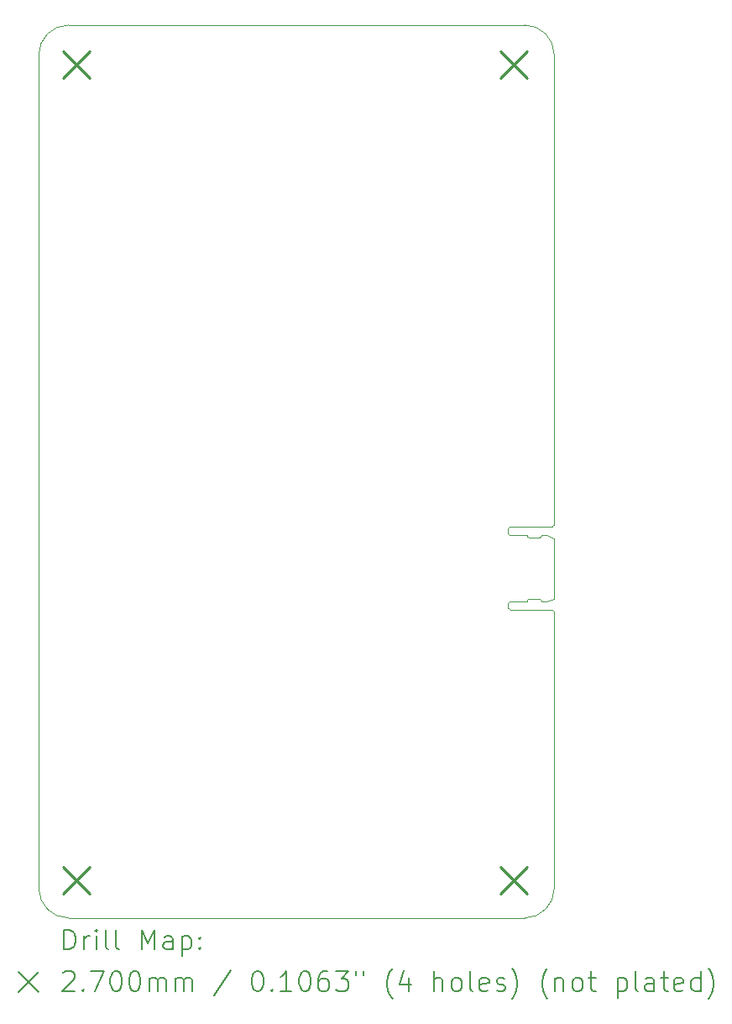
<source format=gbr>
%TF.GenerationSoftware,KiCad,Pcbnew,8.0.1-8.0.1-1~ubuntu22.04.1*%
%TF.CreationDate,2024-06-03T13:27:47-07:00*%
%TF.ProjectId,emu_brd,656d755f-6272-4642-9e6b-696361645f70,REV1*%
%TF.SameCoordinates,Original*%
%TF.FileFunction,Drillmap*%
%TF.FilePolarity,Positive*%
%FSLAX45Y45*%
G04 Gerber Fmt 4.5, Leading zero omitted, Abs format (unit mm)*
G04 Created by KiCad (PCBNEW 8.0.1-8.0.1-1~ubuntu22.04.1) date 2024-06-03 13:27:47*
%MOMM*%
%LPD*%
G01*
G04 APERTURE LIST*
%ADD10C,0.050000*%
%ADD11C,0.100000*%
%ADD12C,0.200000*%
%ADD13C,0.270000*%
G04 APERTURE END LIST*
D10*
X7239000Y-3100000D02*
X11839000Y-3100000D01*
D11*
X12139000Y-3400000D02*
X12139000Y-8124500D01*
X12139000Y-9028000D02*
X12139000Y-11800000D01*
X11839000Y-12100000D02*
X7239000Y-12100000D01*
X6939000Y-11800000D02*
X6939000Y-3400000D01*
X12139000Y-11800000D02*
G75*
G02*
X11839000Y-12100000I-300000J0D01*
G01*
X6939000Y-3400000D02*
G75*
G02*
X7239000Y-3100000I300000J0D01*
G01*
X7239000Y-12100000D02*
G75*
G02*
X6939000Y-11800000I0J300000D01*
G01*
X11839000Y-3100000D02*
G75*
G02*
X12139000Y-3400000I0J-300000D01*
G01*
X12139000Y-8273500D02*
X12139000Y-8882500D01*
X12064000Y-8243500D02*
X12014000Y-8243500D01*
X12064000Y-8912500D02*
X12014000Y-8912500D01*
X12139000Y-8273500D02*
X12064000Y-8243500D01*
X11989000Y-8268500D02*
X11889000Y-8268500D01*
X11889000Y-8268500D02*
G75*
G02*
X11864000Y-8243500I0J25000D01*
G01*
X12014000Y-8243500D02*
G75*
G02*
X11989000Y-8268500I-25000J0D01*
G01*
X11989000Y-8887500D02*
X11889000Y-8887500D01*
X11864000Y-8912500D02*
G75*
G02*
X11889000Y-8887500I25000J0D01*
G01*
X11989000Y-8887500D02*
G75*
G02*
X12014000Y-8912500I0J-25000D01*
G01*
X12139000Y-8882500D02*
X12064000Y-8912500D01*
X11864000Y-8912500D02*
X11694000Y-8912500D01*
X11864000Y-8243500D02*
X11694000Y-8243500D01*
X12139000Y-8124500D02*
X12139000Y-8139500D01*
X12139000Y-8139500D02*
G75*
G02*
X12119000Y-8159500I-20000J0D01*
G01*
X12119000Y-8159500D02*
X11694000Y-8159500D01*
X12139000Y-9016500D02*
X12139000Y-9028000D01*
X12119000Y-8996500D02*
G75*
G02*
X12139000Y-9016500I0J-20000D01*
G01*
X12119000Y-8996500D02*
X11694000Y-8996500D01*
X11674000Y-8932500D02*
G75*
G02*
X11694000Y-8912500I20000J0D01*
G01*
X11694000Y-8996500D02*
G75*
G02*
X11674000Y-8976500I0J20000D01*
G01*
X11674000Y-8932500D02*
X11674000Y-8976500D01*
X11674000Y-8179500D02*
G75*
G02*
X11694000Y-8159500I20000J0D01*
G01*
X11694000Y-8243500D02*
G75*
G02*
X11674000Y-8223500I0J20000D01*
G01*
X11674000Y-8179500D02*
X11674000Y-8223500D01*
D12*
D13*
X7184000Y-3365000D02*
X7454000Y-3635000D01*
X7454000Y-3365000D02*
X7184000Y-3635000D01*
X7184000Y-11583000D02*
X7454000Y-11853000D01*
X7454000Y-11583000D02*
X7184000Y-11853000D01*
X11594000Y-3365000D02*
X11864000Y-3635000D01*
X11864000Y-3365000D02*
X11594000Y-3635000D01*
X11594000Y-11583000D02*
X11864000Y-11853000D01*
X11864000Y-11583000D02*
X11594000Y-11853000D01*
D12*
X7194777Y-12416484D02*
X7194777Y-12216484D01*
X7194777Y-12216484D02*
X7242396Y-12216484D01*
X7242396Y-12216484D02*
X7270967Y-12226008D01*
X7270967Y-12226008D02*
X7290015Y-12245055D01*
X7290015Y-12245055D02*
X7299539Y-12264103D01*
X7299539Y-12264103D02*
X7309062Y-12302198D01*
X7309062Y-12302198D02*
X7309062Y-12330769D01*
X7309062Y-12330769D02*
X7299539Y-12368865D01*
X7299539Y-12368865D02*
X7290015Y-12387912D01*
X7290015Y-12387912D02*
X7270967Y-12406960D01*
X7270967Y-12406960D02*
X7242396Y-12416484D01*
X7242396Y-12416484D02*
X7194777Y-12416484D01*
X7394777Y-12416484D02*
X7394777Y-12283150D01*
X7394777Y-12321246D02*
X7404301Y-12302198D01*
X7404301Y-12302198D02*
X7413824Y-12292674D01*
X7413824Y-12292674D02*
X7432872Y-12283150D01*
X7432872Y-12283150D02*
X7451920Y-12283150D01*
X7518586Y-12416484D02*
X7518586Y-12283150D01*
X7518586Y-12216484D02*
X7509062Y-12226008D01*
X7509062Y-12226008D02*
X7518586Y-12235531D01*
X7518586Y-12235531D02*
X7528110Y-12226008D01*
X7528110Y-12226008D02*
X7518586Y-12216484D01*
X7518586Y-12216484D02*
X7518586Y-12235531D01*
X7642396Y-12416484D02*
X7623348Y-12406960D01*
X7623348Y-12406960D02*
X7613824Y-12387912D01*
X7613824Y-12387912D02*
X7613824Y-12216484D01*
X7747158Y-12416484D02*
X7728110Y-12406960D01*
X7728110Y-12406960D02*
X7718586Y-12387912D01*
X7718586Y-12387912D02*
X7718586Y-12216484D01*
X7975729Y-12416484D02*
X7975729Y-12216484D01*
X7975729Y-12216484D02*
X8042396Y-12359341D01*
X8042396Y-12359341D02*
X8109062Y-12216484D01*
X8109062Y-12216484D02*
X8109062Y-12416484D01*
X8290015Y-12416484D02*
X8290015Y-12311722D01*
X8290015Y-12311722D02*
X8280491Y-12292674D01*
X8280491Y-12292674D02*
X8261443Y-12283150D01*
X8261443Y-12283150D02*
X8223348Y-12283150D01*
X8223348Y-12283150D02*
X8204301Y-12292674D01*
X8290015Y-12406960D02*
X8270967Y-12416484D01*
X8270967Y-12416484D02*
X8223348Y-12416484D01*
X8223348Y-12416484D02*
X8204301Y-12406960D01*
X8204301Y-12406960D02*
X8194777Y-12387912D01*
X8194777Y-12387912D02*
X8194777Y-12368865D01*
X8194777Y-12368865D02*
X8204301Y-12349817D01*
X8204301Y-12349817D02*
X8223348Y-12340293D01*
X8223348Y-12340293D02*
X8270967Y-12340293D01*
X8270967Y-12340293D02*
X8290015Y-12330769D01*
X8385253Y-12283150D02*
X8385253Y-12483150D01*
X8385253Y-12292674D02*
X8404301Y-12283150D01*
X8404301Y-12283150D02*
X8442396Y-12283150D01*
X8442396Y-12283150D02*
X8461444Y-12292674D01*
X8461444Y-12292674D02*
X8470967Y-12302198D01*
X8470967Y-12302198D02*
X8480491Y-12321246D01*
X8480491Y-12321246D02*
X8480491Y-12378388D01*
X8480491Y-12378388D02*
X8470967Y-12397436D01*
X8470967Y-12397436D02*
X8461444Y-12406960D01*
X8461444Y-12406960D02*
X8442396Y-12416484D01*
X8442396Y-12416484D02*
X8404301Y-12416484D01*
X8404301Y-12416484D02*
X8385253Y-12406960D01*
X8566205Y-12397436D02*
X8575729Y-12406960D01*
X8575729Y-12406960D02*
X8566205Y-12416484D01*
X8566205Y-12416484D02*
X8556682Y-12406960D01*
X8556682Y-12406960D02*
X8566205Y-12397436D01*
X8566205Y-12397436D02*
X8566205Y-12416484D01*
X8566205Y-12292674D02*
X8575729Y-12302198D01*
X8575729Y-12302198D02*
X8566205Y-12311722D01*
X8566205Y-12311722D02*
X8556682Y-12302198D01*
X8556682Y-12302198D02*
X8566205Y-12292674D01*
X8566205Y-12292674D02*
X8566205Y-12311722D01*
X6734000Y-12645000D02*
X6934000Y-12845000D01*
X6934000Y-12645000D02*
X6734000Y-12845000D01*
X7185253Y-12655531D02*
X7194777Y-12646008D01*
X7194777Y-12646008D02*
X7213824Y-12636484D01*
X7213824Y-12636484D02*
X7261443Y-12636484D01*
X7261443Y-12636484D02*
X7280491Y-12646008D01*
X7280491Y-12646008D02*
X7290015Y-12655531D01*
X7290015Y-12655531D02*
X7299539Y-12674579D01*
X7299539Y-12674579D02*
X7299539Y-12693627D01*
X7299539Y-12693627D02*
X7290015Y-12722198D01*
X7290015Y-12722198D02*
X7175729Y-12836484D01*
X7175729Y-12836484D02*
X7299539Y-12836484D01*
X7385253Y-12817436D02*
X7394777Y-12826960D01*
X7394777Y-12826960D02*
X7385253Y-12836484D01*
X7385253Y-12836484D02*
X7375729Y-12826960D01*
X7375729Y-12826960D02*
X7385253Y-12817436D01*
X7385253Y-12817436D02*
X7385253Y-12836484D01*
X7461443Y-12636484D02*
X7594777Y-12636484D01*
X7594777Y-12636484D02*
X7509062Y-12836484D01*
X7709062Y-12636484D02*
X7728110Y-12636484D01*
X7728110Y-12636484D02*
X7747158Y-12646008D01*
X7747158Y-12646008D02*
X7756682Y-12655531D01*
X7756682Y-12655531D02*
X7766205Y-12674579D01*
X7766205Y-12674579D02*
X7775729Y-12712674D01*
X7775729Y-12712674D02*
X7775729Y-12760293D01*
X7775729Y-12760293D02*
X7766205Y-12798388D01*
X7766205Y-12798388D02*
X7756682Y-12817436D01*
X7756682Y-12817436D02*
X7747158Y-12826960D01*
X7747158Y-12826960D02*
X7728110Y-12836484D01*
X7728110Y-12836484D02*
X7709062Y-12836484D01*
X7709062Y-12836484D02*
X7690015Y-12826960D01*
X7690015Y-12826960D02*
X7680491Y-12817436D01*
X7680491Y-12817436D02*
X7670967Y-12798388D01*
X7670967Y-12798388D02*
X7661443Y-12760293D01*
X7661443Y-12760293D02*
X7661443Y-12712674D01*
X7661443Y-12712674D02*
X7670967Y-12674579D01*
X7670967Y-12674579D02*
X7680491Y-12655531D01*
X7680491Y-12655531D02*
X7690015Y-12646008D01*
X7690015Y-12646008D02*
X7709062Y-12636484D01*
X7899539Y-12636484D02*
X7918586Y-12636484D01*
X7918586Y-12636484D02*
X7937634Y-12646008D01*
X7937634Y-12646008D02*
X7947158Y-12655531D01*
X7947158Y-12655531D02*
X7956682Y-12674579D01*
X7956682Y-12674579D02*
X7966205Y-12712674D01*
X7966205Y-12712674D02*
X7966205Y-12760293D01*
X7966205Y-12760293D02*
X7956682Y-12798388D01*
X7956682Y-12798388D02*
X7947158Y-12817436D01*
X7947158Y-12817436D02*
X7937634Y-12826960D01*
X7937634Y-12826960D02*
X7918586Y-12836484D01*
X7918586Y-12836484D02*
X7899539Y-12836484D01*
X7899539Y-12836484D02*
X7880491Y-12826960D01*
X7880491Y-12826960D02*
X7870967Y-12817436D01*
X7870967Y-12817436D02*
X7861443Y-12798388D01*
X7861443Y-12798388D02*
X7851920Y-12760293D01*
X7851920Y-12760293D02*
X7851920Y-12712674D01*
X7851920Y-12712674D02*
X7861443Y-12674579D01*
X7861443Y-12674579D02*
X7870967Y-12655531D01*
X7870967Y-12655531D02*
X7880491Y-12646008D01*
X7880491Y-12646008D02*
X7899539Y-12636484D01*
X8051920Y-12836484D02*
X8051920Y-12703150D01*
X8051920Y-12722198D02*
X8061443Y-12712674D01*
X8061443Y-12712674D02*
X8080491Y-12703150D01*
X8080491Y-12703150D02*
X8109063Y-12703150D01*
X8109063Y-12703150D02*
X8128110Y-12712674D01*
X8128110Y-12712674D02*
X8137634Y-12731722D01*
X8137634Y-12731722D02*
X8137634Y-12836484D01*
X8137634Y-12731722D02*
X8147158Y-12712674D01*
X8147158Y-12712674D02*
X8166205Y-12703150D01*
X8166205Y-12703150D02*
X8194777Y-12703150D01*
X8194777Y-12703150D02*
X8213824Y-12712674D01*
X8213824Y-12712674D02*
X8223348Y-12731722D01*
X8223348Y-12731722D02*
X8223348Y-12836484D01*
X8318586Y-12836484D02*
X8318586Y-12703150D01*
X8318586Y-12722198D02*
X8328110Y-12712674D01*
X8328110Y-12712674D02*
X8347158Y-12703150D01*
X8347158Y-12703150D02*
X8375729Y-12703150D01*
X8375729Y-12703150D02*
X8394777Y-12712674D01*
X8394777Y-12712674D02*
X8404301Y-12731722D01*
X8404301Y-12731722D02*
X8404301Y-12836484D01*
X8404301Y-12731722D02*
X8413825Y-12712674D01*
X8413825Y-12712674D02*
X8432872Y-12703150D01*
X8432872Y-12703150D02*
X8461444Y-12703150D01*
X8461444Y-12703150D02*
X8480491Y-12712674D01*
X8480491Y-12712674D02*
X8490015Y-12731722D01*
X8490015Y-12731722D02*
X8490015Y-12836484D01*
X8880491Y-12626960D02*
X8709063Y-12884103D01*
X9137634Y-12636484D02*
X9156682Y-12636484D01*
X9156682Y-12636484D02*
X9175729Y-12646008D01*
X9175729Y-12646008D02*
X9185253Y-12655531D01*
X9185253Y-12655531D02*
X9194777Y-12674579D01*
X9194777Y-12674579D02*
X9204301Y-12712674D01*
X9204301Y-12712674D02*
X9204301Y-12760293D01*
X9204301Y-12760293D02*
X9194777Y-12798388D01*
X9194777Y-12798388D02*
X9185253Y-12817436D01*
X9185253Y-12817436D02*
X9175729Y-12826960D01*
X9175729Y-12826960D02*
X9156682Y-12836484D01*
X9156682Y-12836484D02*
X9137634Y-12836484D01*
X9137634Y-12836484D02*
X9118587Y-12826960D01*
X9118587Y-12826960D02*
X9109063Y-12817436D01*
X9109063Y-12817436D02*
X9099539Y-12798388D01*
X9099539Y-12798388D02*
X9090015Y-12760293D01*
X9090015Y-12760293D02*
X9090015Y-12712674D01*
X9090015Y-12712674D02*
X9099539Y-12674579D01*
X9099539Y-12674579D02*
X9109063Y-12655531D01*
X9109063Y-12655531D02*
X9118587Y-12646008D01*
X9118587Y-12646008D02*
X9137634Y-12636484D01*
X9290015Y-12817436D02*
X9299539Y-12826960D01*
X9299539Y-12826960D02*
X9290015Y-12836484D01*
X9290015Y-12836484D02*
X9280491Y-12826960D01*
X9280491Y-12826960D02*
X9290015Y-12817436D01*
X9290015Y-12817436D02*
X9290015Y-12836484D01*
X9490015Y-12836484D02*
X9375729Y-12836484D01*
X9432872Y-12836484D02*
X9432872Y-12636484D01*
X9432872Y-12636484D02*
X9413825Y-12665055D01*
X9413825Y-12665055D02*
X9394777Y-12684103D01*
X9394777Y-12684103D02*
X9375729Y-12693627D01*
X9613825Y-12636484D02*
X9632872Y-12636484D01*
X9632872Y-12636484D02*
X9651920Y-12646008D01*
X9651920Y-12646008D02*
X9661444Y-12655531D01*
X9661444Y-12655531D02*
X9670968Y-12674579D01*
X9670968Y-12674579D02*
X9680491Y-12712674D01*
X9680491Y-12712674D02*
X9680491Y-12760293D01*
X9680491Y-12760293D02*
X9670968Y-12798388D01*
X9670968Y-12798388D02*
X9661444Y-12817436D01*
X9661444Y-12817436D02*
X9651920Y-12826960D01*
X9651920Y-12826960D02*
X9632872Y-12836484D01*
X9632872Y-12836484D02*
X9613825Y-12836484D01*
X9613825Y-12836484D02*
X9594777Y-12826960D01*
X9594777Y-12826960D02*
X9585253Y-12817436D01*
X9585253Y-12817436D02*
X9575729Y-12798388D01*
X9575729Y-12798388D02*
X9566206Y-12760293D01*
X9566206Y-12760293D02*
X9566206Y-12712674D01*
X9566206Y-12712674D02*
X9575729Y-12674579D01*
X9575729Y-12674579D02*
X9585253Y-12655531D01*
X9585253Y-12655531D02*
X9594777Y-12646008D01*
X9594777Y-12646008D02*
X9613825Y-12636484D01*
X9851920Y-12636484D02*
X9813825Y-12636484D01*
X9813825Y-12636484D02*
X9794777Y-12646008D01*
X9794777Y-12646008D02*
X9785253Y-12655531D01*
X9785253Y-12655531D02*
X9766206Y-12684103D01*
X9766206Y-12684103D02*
X9756682Y-12722198D01*
X9756682Y-12722198D02*
X9756682Y-12798388D01*
X9756682Y-12798388D02*
X9766206Y-12817436D01*
X9766206Y-12817436D02*
X9775729Y-12826960D01*
X9775729Y-12826960D02*
X9794777Y-12836484D01*
X9794777Y-12836484D02*
X9832872Y-12836484D01*
X9832872Y-12836484D02*
X9851920Y-12826960D01*
X9851920Y-12826960D02*
X9861444Y-12817436D01*
X9861444Y-12817436D02*
X9870968Y-12798388D01*
X9870968Y-12798388D02*
X9870968Y-12750769D01*
X9870968Y-12750769D02*
X9861444Y-12731722D01*
X9861444Y-12731722D02*
X9851920Y-12722198D01*
X9851920Y-12722198D02*
X9832872Y-12712674D01*
X9832872Y-12712674D02*
X9794777Y-12712674D01*
X9794777Y-12712674D02*
X9775729Y-12722198D01*
X9775729Y-12722198D02*
X9766206Y-12731722D01*
X9766206Y-12731722D02*
X9756682Y-12750769D01*
X9937634Y-12636484D02*
X10061444Y-12636484D01*
X10061444Y-12636484D02*
X9994777Y-12712674D01*
X9994777Y-12712674D02*
X10023349Y-12712674D01*
X10023349Y-12712674D02*
X10042396Y-12722198D01*
X10042396Y-12722198D02*
X10051920Y-12731722D01*
X10051920Y-12731722D02*
X10061444Y-12750769D01*
X10061444Y-12750769D02*
X10061444Y-12798388D01*
X10061444Y-12798388D02*
X10051920Y-12817436D01*
X10051920Y-12817436D02*
X10042396Y-12826960D01*
X10042396Y-12826960D02*
X10023349Y-12836484D01*
X10023349Y-12836484D02*
X9966206Y-12836484D01*
X9966206Y-12836484D02*
X9947158Y-12826960D01*
X9947158Y-12826960D02*
X9937634Y-12817436D01*
X10137634Y-12636484D02*
X10137634Y-12674579D01*
X10213825Y-12636484D02*
X10213825Y-12674579D01*
X10509063Y-12912674D02*
X10499539Y-12903150D01*
X10499539Y-12903150D02*
X10480491Y-12874579D01*
X10480491Y-12874579D02*
X10470968Y-12855531D01*
X10470968Y-12855531D02*
X10461444Y-12826960D01*
X10461444Y-12826960D02*
X10451920Y-12779341D01*
X10451920Y-12779341D02*
X10451920Y-12741246D01*
X10451920Y-12741246D02*
X10461444Y-12693627D01*
X10461444Y-12693627D02*
X10470968Y-12665055D01*
X10470968Y-12665055D02*
X10480491Y-12646008D01*
X10480491Y-12646008D02*
X10499539Y-12617436D01*
X10499539Y-12617436D02*
X10509063Y-12607912D01*
X10670968Y-12703150D02*
X10670968Y-12836484D01*
X10623349Y-12626960D02*
X10575730Y-12769817D01*
X10575730Y-12769817D02*
X10699539Y-12769817D01*
X10928111Y-12836484D02*
X10928111Y-12636484D01*
X11013825Y-12836484D02*
X11013825Y-12731722D01*
X11013825Y-12731722D02*
X11004301Y-12712674D01*
X11004301Y-12712674D02*
X10985253Y-12703150D01*
X10985253Y-12703150D02*
X10956682Y-12703150D01*
X10956682Y-12703150D02*
X10937634Y-12712674D01*
X10937634Y-12712674D02*
X10928111Y-12722198D01*
X11137634Y-12836484D02*
X11118587Y-12826960D01*
X11118587Y-12826960D02*
X11109063Y-12817436D01*
X11109063Y-12817436D02*
X11099539Y-12798388D01*
X11099539Y-12798388D02*
X11099539Y-12741246D01*
X11099539Y-12741246D02*
X11109063Y-12722198D01*
X11109063Y-12722198D02*
X11118587Y-12712674D01*
X11118587Y-12712674D02*
X11137634Y-12703150D01*
X11137634Y-12703150D02*
X11166206Y-12703150D01*
X11166206Y-12703150D02*
X11185253Y-12712674D01*
X11185253Y-12712674D02*
X11194777Y-12722198D01*
X11194777Y-12722198D02*
X11204301Y-12741246D01*
X11204301Y-12741246D02*
X11204301Y-12798388D01*
X11204301Y-12798388D02*
X11194777Y-12817436D01*
X11194777Y-12817436D02*
X11185253Y-12826960D01*
X11185253Y-12826960D02*
X11166206Y-12836484D01*
X11166206Y-12836484D02*
X11137634Y-12836484D01*
X11318587Y-12836484D02*
X11299539Y-12826960D01*
X11299539Y-12826960D02*
X11290015Y-12807912D01*
X11290015Y-12807912D02*
X11290015Y-12636484D01*
X11470968Y-12826960D02*
X11451920Y-12836484D01*
X11451920Y-12836484D02*
X11413825Y-12836484D01*
X11413825Y-12836484D02*
X11394777Y-12826960D01*
X11394777Y-12826960D02*
X11385253Y-12807912D01*
X11385253Y-12807912D02*
X11385253Y-12731722D01*
X11385253Y-12731722D02*
X11394777Y-12712674D01*
X11394777Y-12712674D02*
X11413825Y-12703150D01*
X11413825Y-12703150D02*
X11451920Y-12703150D01*
X11451920Y-12703150D02*
X11470968Y-12712674D01*
X11470968Y-12712674D02*
X11480491Y-12731722D01*
X11480491Y-12731722D02*
X11480491Y-12750769D01*
X11480491Y-12750769D02*
X11385253Y-12769817D01*
X11556682Y-12826960D02*
X11575730Y-12836484D01*
X11575730Y-12836484D02*
X11613825Y-12836484D01*
X11613825Y-12836484D02*
X11632872Y-12826960D01*
X11632872Y-12826960D02*
X11642396Y-12807912D01*
X11642396Y-12807912D02*
X11642396Y-12798388D01*
X11642396Y-12798388D02*
X11632872Y-12779341D01*
X11632872Y-12779341D02*
X11613825Y-12769817D01*
X11613825Y-12769817D02*
X11585253Y-12769817D01*
X11585253Y-12769817D02*
X11566206Y-12760293D01*
X11566206Y-12760293D02*
X11556682Y-12741246D01*
X11556682Y-12741246D02*
X11556682Y-12731722D01*
X11556682Y-12731722D02*
X11566206Y-12712674D01*
X11566206Y-12712674D02*
X11585253Y-12703150D01*
X11585253Y-12703150D02*
X11613825Y-12703150D01*
X11613825Y-12703150D02*
X11632872Y-12712674D01*
X11709063Y-12912674D02*
X11718587Y-12903150D01*
X11718587Y-12903150D02*
X11737634Y-12874579D01*
X11737634Y-12874579D02*
X11747158Y-12855531D01*
X11747158Y-12855531D02*
X11756682Y-12826960D01*
X11756682Y-12826960D02*
X11766206Y-12779341D01*
X11766206Y-12779341D02*
X11766206Y-12741246D01*
X11766206Y-12741246D02*
X11756682Y-12693627D01*
X11756682Y-12693627D02*
X11747158Y-12665055D01*
X11747158Y-12665055D02*
X11737634Y-12646008D01*
X11737634Y-12646008D02*
X11718587Y-12617436D01*
X11718587Y-12617436D02*
X11709063Y-12607912D01*
X12070968Y-12912674D02*
X12061444Y-12903150D01*
X12061444Y-12903150D02*
X12042396Y-12874579D01*
X12042396Y-12874579D02*
X12032872Y-12855531D01*
X12032872Y-12855531D02*
X12023349Y-12826960D01*
X12023349Y-12826960D02*
X12013825Y-12779341D01*
X12013825Y-12779341D02*
X12013825Y-12741246D01*
X12013825Y-12741246D02*
X12023349Y-12693627D01*
X12023349Y-12693627D02*
X12032872Y-12665055D01*
X12032872Y-12665055D02*
X12042396Y-12646008D01*
X12042396Y-12646008D02*
X12061444Y-12617436D01*
X12061444Y-12617436D02*
X12070968Y-12607912D01*
X12147158Y-12703150D02*
X12147158Y-12836484D01*
X12147158Y-12722198D02*
X12156682Y-12712674D01*
X12156682Y-12712674D02*
X12175730Y-12703150D01*
X12175730Y-12703150D02*
X12204301Y-12703150D01*
X12204301Y-12703150D02*
X12223349Y-12712674D01*
X12223349Y-12712674D02*
X12232872Y-12731722D01*
X12232872Y-12731722D02*
X12232872Y-12836484D01*
X12356682Y-12836484D02*
X12337634Y-12826960D01*
X12337634Y-12826960D02*
X12328111Y-12817436D01*
X12328111Y-12817436D02*
X12318587Y-12798388D01*
X12318587Y-12798388D02*
X12318587Y-12741246D01*
X12318587Y-12741246D02*
X12328111Y-12722198D01*
X12328111Y-12722198D02*
X12337634Y-12712674D01*
X12337634Y-12712674D02*
X12356682Y-12703150D01*
X12356682Y-12703150D02*
X12385253Y-12703150D01*
X12385253Y-12703150D02*
X12404301Y-12712674D01*
X12404301Y-12712674D02*
X12413825Y-12722198D01*
X12413825Y-12722198D02*
X12423349Y-12741246D01*
X12423349Y-12741246D02*
X12423349Y-12798388D01*
X12423349Y-12798388D02*
X12413825Y-12817436D01*
X12413825Y-12817436D02*
X12404301Y-12826960D01*
X12404301Y-12826960D02*
X12385253Y-12836484D01*
X12385253Y-12836484D02*
X12356682Y-12836484D01*
X12480492Y-12703150D02*
X12556682Y-12703150D01*
X12509063Y-12636484D02*
X12509063Y-12807912D01*
X12509063Y-12807912D02*
X12518587Y-12826960D01*
X12518587Y-12826960D02*
X12537634Y-12836484D01*
X12537634Y-12836484D02*
X12556682Y-12836484D01*
X12775730Y-12703150D02*
X12775730Y-12903150D01*
X12775730Y-12712674D02*
X12794777Y-12703150D01*
X12794777Y-12703150D02*
X12832873Y-12703150D01*
X12832873Y-12703150D02*
X12851920Y-12712674D01*
X12851920Y-12712674D02*
X12861444Y-12722198D01*
X12861444Y-12722198D02*
X12870968Y-12741246D01*
X12870968Y-12741246D02*
X12870968Y-12798388D01*
X12870968Y-12798388D02*
X12861444Y-12817436D01*
X12861444Y-12817436D02*
X12851920Y-12826960D01*
X12851920Y-12826960D02*
X12832873Y-12836484D01*
X12832873Y-12836484D02*
X12794777Y-12836484D01*
X12794777Y-12836484D02*
X12775730Y-12826960D01*
X12985253Y-12836484D02*
X12966206Y-12826960D01*
X12966206Y-12826960D02*
X12956682Y-12807912D01*
X12956682Y-12807912D02*
X12956682Y-12636484D01*
X13147158Y-12836484D02*
X13147158Y-12731722D01*
X13147158Y-12731722D02*
X13137634Y-12712674D01*
X13137634Y-12712674D02*
X13118587Y-12703150D01*
X13118587Y-12703150D02*
X13080492Y-12703150D01*
X13080492Y-12703150D02*
X13061444Y-12712674D01*
X13147158Y-12826960D02*
X13128111Y-12836484D01*
X13128111Y-12836484D02*
X13080492Y-12836484D01*
X13080492Y-12836484D02*
X13061444Y-12826960D01*
X13061444Y-12826960D02*
X13051920Y-12807912D01*
X13051920Y-12807912D02*
X13051920Y-12788865D01*
X13051920Y-12788865D02*
X13061444Y-12769817D01*
X13061444Y-12769817D02*
X13080492Y-12760293D01*
X13080492Y-12760293D02*
X13128111Y-12760293D01*
X13128111Y-12760293D02*
X13147158Y-12750769D01*
X13213825Y-12703150D02*
X13290015Y-12703150D01*
X13242396Y-12636484D02*
X13242396Y-12807912D01*
X13242396Y-12807912D02*
X13251920Y-12826960D01*
X13251920Y-12826960D02*
X13270968Y-12836484D01*
X13270968Y-12836484D02*
X13290015Y-12836484D01*
X13432873Y-12826960D02*
X13413825Y-12836484D01*
X13413825Y-12836484D02*
X13375730Y-12836484D01*
X13375730Y-12836484D02*
X13356682Y-12826960D01*
X13356682Y-12826960D02*
X13347158Y-12807912D01*
X13347158Y-12807912D02*
X13347158Y-12731722D01*
X13347158Y-12731722D02*
X13356682Y-12712674D01*
X13356682Y-12712674D02*
X13375730Y-12703150D01*
X13375730Y-12703150D02*
X13413825Y-12703150D01*
X13413825Y-12703150D02*
X13432873Y-12712674D01*
X13432873Y-12712674D02*
X13442396Y-12731722D01*
X13442396Y-12731722D02*
X13442396Y-12750769D01*
X13442396Y-12750769D02*
X13347158Y-12769817D01*
X13613825Y-12836484D02*
X13613825Y-12636484D01*
X13613825Y-12826960D02*
X13594777Y-12836484D01*
X13594777Y-12836484D02*
X13556682Y-12836484D01*
X13556682Y-12836484D02*
X13537634Y-12826960D01*
X13537634Y-12826960D02*
X13528111Y-12817436D01*
X13528111Y-12817436D02*
X13518587Y-12798388D01*
X13518587Y-12798388D02*
X13518587Y-12741246D01*
X13518587Y-12741246D02*
X13528111Y-12722198D01*
X13528111Y-12722198D02*
X13537634Y-12712674D01*
X13537634Y-12712674D02*
X13556682Y-12703150D01*
X13556682Y-12703150D02*
X13594777Y-12703150D01*
X13594777Y-12703150D02*
X13613825Y-12712674D01*
X13690015Y-12912674D02*
X13699539Y-12903150D01*
X13699539Y-12903150D02*
X13718587Y-12874579D01*
X13718587Y-12874579D02*
X13728111Y-12855531D01*
X13728111Y-12855531D02*
X13737634Y-12826960D01*
X13737634Y-12826960D02*
X13747158Y-12779341D01*
X13747158Y-12779341D02*
X13747158Y-12741246D01*
X13747158Y-12741246D02*
X13737634Y-12693627D01*
X13737634Y-12693627D02*
X13728111Y-12665055D01*
X13728111Y-12665055D02*
X13718587Y-12646008D01*
X13718587Y-12646008D02*
X13699539Y-12617436D01*
X13699539Y-12617436D02*
X13690015Y-12607912D01*
M02*

</source>
